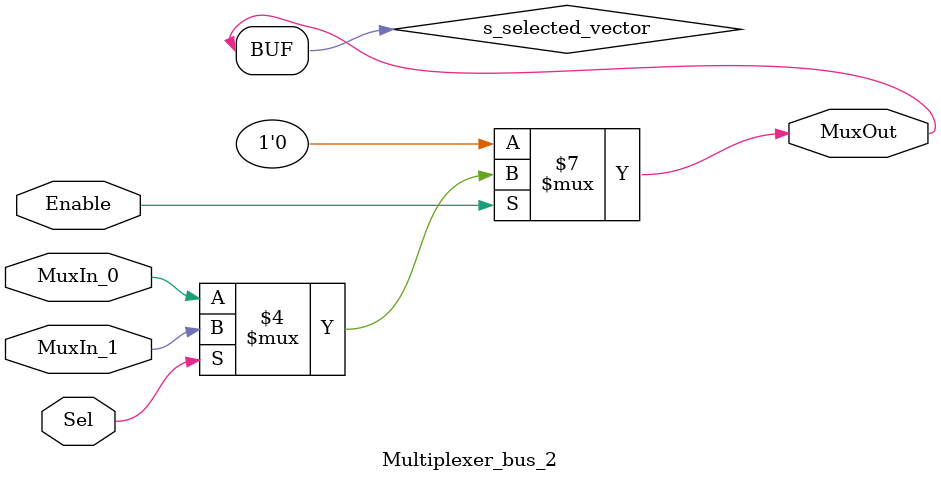
<source format=v>
/******************************************************************************
 ** Logisim goes FPGA automatic generated Verilog code                       **
 **                                                                          **
 ** Component : Multiplexer_bus_2                                            **
 **                                                                          **
 ******************************************************************************/

module Multiplexer_bus_2( Enable,
                          MuxIn_0,
                          MuxIn_1,
                          Sel,
                          MuxOut);

   /***************************************************************************
    ** Here all module parameters are defined with a dummy value             **
    ***************************************************************************/
   parameter NrOfBits = 1;


   /***************************************************************************
    ** Here the inputs are defined                                           **
    ***************************************************************************/
   input  Enable;
   input[NrOfBits-1:0]  MuxIn_0;
   input[NrOfBits-1:0]  MuxIn_1;
   input  Sel;

   /***************************************************************************
    ** Here the outputs are defined                                          **
    ***************************************************************************/
   output[NrOfBits-1:0] MuxOut;

   /***************************************************************************
    ** Here the internal registers are defined                               **
    ***************************************************************************/
   reg[NrOfBits-1:0] s_selected_vector;

   assign MuxOut = s_selected_vector;

   always @(*)
   begin
      if (~Enable) s_selected_vector <= 0;
      else case (Sel)
         1'b0:
            s_selected_vector <= MuxIn_0;
         default:
            s_selected_vector <= MuxIn_1;
      endcase
   end

endmodule

</source>
